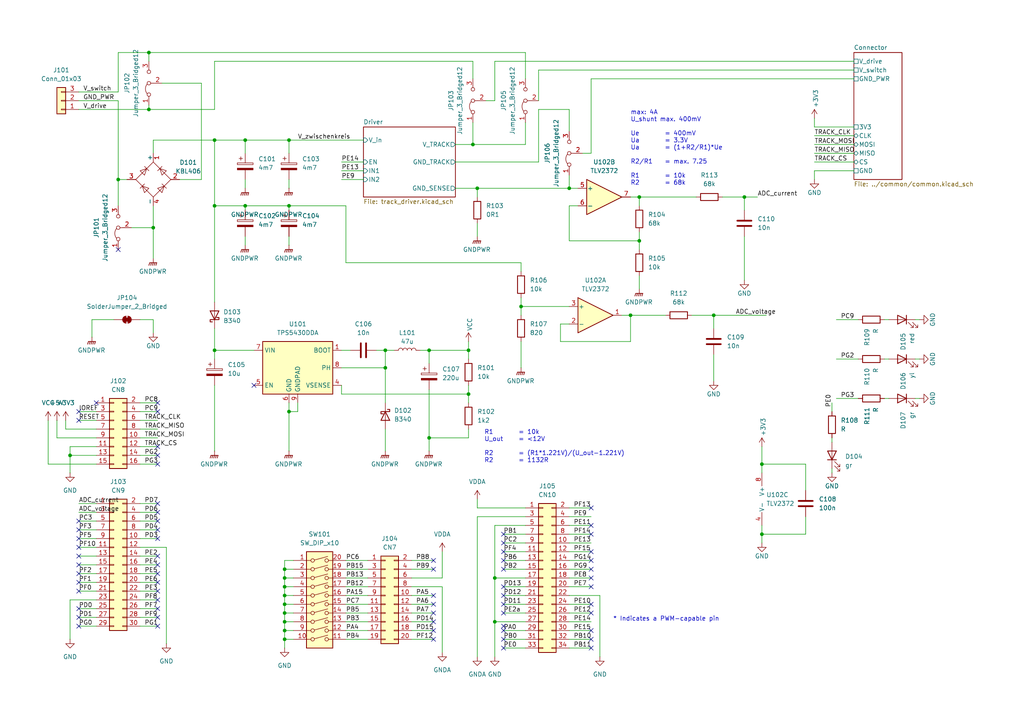
<source format=kicad_sch>
(kicad_sch (version 20231120) (generator "eeschema") (generator_version "8.0")
  (paper "A4")
  (title_block (date "mar. 31 mars 2015"))
  (lib_symbols
    (symbol "+3V3_1" (power) (pin_numbers hide) (pin_names (offset 0) hide)
      (property "Value" "+3V3" (at 0 3.556 0))
      (symbol "+3V3_1_1_1"
        (pin power_in line (at 0 0 90) (length 0) (name "~") (number "1"))
      )
    )
    (symbol "Amplifier_Operational:TLV2372" (pin_names (offset 0.127))
      (property "Reference" "U" (at 0 5.08 0))
      (property "Value" "TLV2372" (at 0 -5.08 0))
      (symbol "TLV2372_1_1"
        (pin output line (at 7.62 0 180) (length 2.54) (name "~") (number "1"))
        (pin input line (at -7.62 -2.54 0) (length 2.54) (name "-") (number "2"))
        (pin input line (at -7.62 2.54 0) (length 2.54) (name "+") (number "3"))
      )
      (symbol "TLV2372_2_1"
        (pin input line (at -7.62 2.54 0) (length 2.54) (name "+") (number "5"))
        (pin input line (at -7.62 -2.54 0) (length 2.54) (name "-") (number "6"))
        (pin output line (at 7.62 0 180) (length 2.54) (name "~") (number "7"))
      )
      (symbol "TLV2372_3_1"
        (pin power_in line (at -2.54 -7.62 90) (length 3.81) (name "V-") (number "4"))
        (pin power_in line (at -2.54 7.62 270) (length 3.81) (name "V+") (number "8"))
      )
    )
    (symbol "Connector_Generic:Conn_01x03" (pin_names (offset 1.016) hide)
      (property "Reference" "J" (at 0 5.08 0))
      (property "Value" "Conn_01x03" (at 0 -5.08 0))
      (symbol "Conn_01x03_1_1"
        (pin passive line (at -5.08 2.54 0) (length 3.81) (name "Pin_1") (number "1"))
        (pin passive line (at -5.08 0 0) (length 3.81) (name "Pin_2") (number "2"))
        (pin passive line (at -5.08 -2.54 0) (length 3.81) (name "Pin_3") (number "3"))
      )
    )
    (symbol "Connector_Generic:Conn_02x08_Odd_Even" (pin_names (offset 1.016) hide)
      (property "Reference" "J" (at 1.27 10.16 0))
      (property "Value" "Conn_02x08_Odd_Even" (at 1.27 -12.7 0))
      (symbol "Conn_02x08_Odd_Even_1_1"
        (pin passive line (at -5.08 7.62 0) (length 3.81) (name "Pin_1") (number "1"))
        (pin passive line (at 7.62 -2.54 180) (length 3.81) (name "Pin_10") (number "10"))
        (pin passive line (at -5.08 -5.08 0) (length 3.81) (name "Pin_11") (number "11"))
        (pin passive line (at 7.62 -5.08 180) (length 3.81) (name "Pin_12") (number "12"))
        (pin passive line (at -5.08 -7.62 0) (length 3.81) (name "Pin_13") (number "13"))
        (pin passive line (at 7.62 -7.62 180) (length 3.81) (name "Pin_14") (number "14"))
        (pin passive line (at -5.08 -10.16 0) (length 3.81) (name "Pin_15") (number "15"))
        (pin passive line (at 7.62 -10.16 180) (length 3.81) (name "Pin_16") (number "16"))
        (pin passive line (at 7.62 7.62 180) (length 3.81) (name "Pin_2") (number "2"))
        (pin passive line (at -5.08 5.08 0) (length 3.81) (name "Pin_3") (number "3"))
        (pin passive line (at 7.62 5.08 180) (length 3.81) (name "Pin_4") (number "4"))
        (pin passive line (at -5.08 2.54 0) (length 3.81) (name "Pin_5") (number "5"))
        (pin passive line (at 7.62 2.54 180) (length 3.81) (name "Pin_6") (number "6"))
        (pin passive line (at -5.08 0 0) (length 3.81) (name "Pin_7") (number "7"))
        (pin passive line (at 7.62 0 180) (length 3.81) (name "Pin_8") (number "8"))
        (pin passive line (at -5.08 -2.54 0) (length 3.81) (name "Pin_9") (number "9"))
      )
    )
    (symbol "Connector_Generic:Conn_02x10_Odd_Even" (pin_names (offset 1.016) hide)
      (property "Reference" "J" (at 1.27 12.7 0))
      (property "Value" "Conn_02x10_Odd_Even" (at 1.27 -15.24 0))
      (symbol "Conn_02x10_Odd_Even_1_1"
        (pin passive line (at -5.08 10.16 0) (length 3.81) (name "Pin_1") (number "1"))
        (pin passive line (at 7.62 0 180) (length 3.81) (name "Pin_10") (number "10"))
        (pin passive line (at -5.08 -2.54 0) (length 3.81) (name "Pin_11") (number "11"))
        (pin passive line (at 7.62 -2.54 180) (length 3.81) (name "Pin_12") (number "12"))
        (pin passive line (at -5.08 -5.08 0) (length 3.81) (name "Pin_13") (number "13"))
        (pin passive line (at 7.62 -5.08 180) (length 3.81) (name "Pin_14") (number "14"))
        (pin passive line (at -5.08 -7.62 0) (length 3.81) (name "Pin_15") (number "15"))
        (pin passive line (at 7.62 -7.62 180) (length 3.81) (name "Pin_16") (number "16"))
        (pin passive line (at -5.08 -10.16 0) (length 3.81) (name "Pin_17") (number "17"))
        (pin passive line (at 7.62 -10.16 180) (length 3.81) (name "Pin_18") (number "18"))
        (pin passive line (at -5.08 -12.7 0) (length 3.81) (name "Pin_19") (number "19"))
        (pin passive line (at 7.62 10.16 180) (length 3.81) (name "Pin_2") (number "2"))
        (pin passive line (at 7.62 -12.7 180) (length 3.81) (name "Pin_20") (number "20"))
        (pin passive line (at -5.08 7.62 0) (length 3.81) (name "Pin_3") (number "3"))
        (pin passive line (at 7.62 7.62 180) (length 3.81) (name "Pin_4") (number "4"))
        (pin passive line (at -5.08 5.08 0) (length 3.81) (name "Pin_5") (number "5"))
        (pin passive line (at 7.62 5.08 180) (length 3.81) (name "Pin_6") (number "6"))
        (pin passive line (at -5.08 2.54 0) (length 3.81) (name "Pin_7") (number "7"))
        (pin passive line (at 7.62 2.54 180) (length 3.81) (name "Pin_8") (number "8"))
        (pin passive line (at -5.08 0 0) (length 3.81) (name "Pin_9") (number "9"))
      )
    )
    (symbol "Connector_Generic:Conn_02x15_Odd_Even" (pin_names (offset 1.016) hide)
      (property "Reference" "J" (at 1.27 20.32 0))
      (property "Value" "Conn_02x15_Odd_Even" (at 1.27 -20.32 0))
      (symbol "Conn_02x15_Odd_Even_1_1"
        (pin passive line (at -5.08 17.78 0) (length 3.81) (name "Pin_1") (number "1"))
        (pin passive line (at 7.62 7.62 180) (length 3.81) (name "Pin_10") (number "10"))
        (pin passive line (at -5.08 5.08 0) (length 3.81) (name "Pin_11") (number "11"))
        (pin passive line (at 7.62 5.08 180) (length 3.81) (name "Pin_12") (number "12"))
        (pin passive line (at -5.08 2.54 0) (length 3.81) (name "Pin_13") (number "13"))
        (pin passive line (at 7.62 2.54 180) (length 3.81) (name "Pin_14") (number "14"))
        (pin passive line (at -5.08 0 0) (length 3.81) (name "Pin_15") (number "15"))
        (pin passive line (at 7.62 0 180) (length 3.81) (name "Pin_16") (number "16"))
        (pin passive line (at -5.08 -2.54 0) (length 3.81) (name "Pin_17") (number "17"))
        (pin passive line (at 7.62 -2.54 180) (length 3.81) (name "Pin_18") (number "18"))
        (pin passive line (at -5.08 -5.08 0) (length 3.81) (name "Pin_19") (number "19"))
        (pin passive line (at 7.62 17.78 180) (length 3.81) (name "Pin_2") (number "2"))
        (pin passive line (at 7.62 -5.08 180) (length 3.81) (name "Pin_20") (number "20"))
        (pin passive line (at -5.08 -7.62 0) (length 3.81) (name "Pin_21") (number "21"))
        (pin passive line (at 7.62 -7.62 180) (length 3.81) (name "Pin_22") (number "22"))
        (pin passive line (at -5.08 -10.16 0) (length 3.81) (name "Pin_23") (number "23"))
        (pin passive line (at 7.62 -10.16 180) (length 3.81) (name "Pin_24") (number "24"))
        (pin passive line (at -5.08 -12.7 0) (length 3.81) (name "Pin_25") (number "25"))
        (pin passive line (at 7.62 -12.7 180) (length 3.81) (name "Pin_26") (number "26"))
        (pin passive line (at -5.08 -15.24 0) (length 3.81) (name "Pin_27") (number "27"))
        (pin passive line (at 7.62 -15.24 180) (length 3.81) (name "Pin_28") (number "28"))
        (pin passive line (at -5.08 -17.78 0) (length 3.81) (name "Pin_29") (number "29"))
        (pin passive line (at -5.08 15.24 0) (length 3.81) (name "Pin_3") (number "3"))
        (pin passive line (at 7.62 -17.78 180) (length 3.81) (name "Pin_30") (number "30"))
        (pin passive line (at 7.62 15.24 180) (length 3.81) (name "Pin_4") (number "4"))
        (pin passive line (at -5.08 12.7 0) (length 3.81) (name "Pin_5") (number "5"))
        (pin passive line (at 7.62 12.7 180) (length 3.81) (name "Pin_6") (number "6"))
        (pin passive line (at -5.08 10.16 0) (length 3.81) (name "Pin_7") (number "7"))
        (pin passive line (at 7.62 10.16 180) (length 3.81) (name "Pin_8") (number "8"))
        (pin passive line (at -5.08 7.62 0) (length 3.81) (name "Pin_9") (number "9"))
      )
    )
    (symbol "Connector_Generic:Conn_02x17_Odd_Even" (pin_names (offset 1.016) hide)
      (property "Reference" "J" (at 1.27 22.86 0))
      (property "Value" "Conn_02x17_Odd_Even" (at 1.27 -22.86 0))
      (symbol "Conn_02x17_Odd_Even_1_1"
        (pin passive line (at -5.08 20.32 0) (length 3.81) (name "Pin_1") (number "1"))
        (pin passive line (at 7.62 10.16 180) (length 3.81) (name "Pin_10") (number "10"))
        (pin passive line (at -5.08 7.62 0) (length 3.81) (name "Pin_11") (number "11"))
        (pin passive line (at 7.62 7.62 180) (length 3.81) (name "Pin_12") (number "12"))
        (pin passive line (at -5.08 5.08 0) (length 3.81) (name "Pin_13") (number "13"))
        (pin passive line (at 7.62 5.08 180) (length 3.81) (name "Pin_14") (number "14"))
        (pin passive line (at -5.08 2.54 0) (length 3.81) (name "Pin_15") (number "15"))
        (pin passive line (at 7.62 2.54 180) (length 3.81) (name "Pin_16") (number "16"))
        (pin passive line (at -5.08 0 0) (length 3.81) (name "Pin_17") (number "17"))
        (pin passive line (at 7.62 0 180) (length 3.81) (name "Pin_18") (number "18"))
        (pin passive line (at -5.08 -2.54 0) (length 3.81) (name "Pin_19") (number "19"))
        (pin passive line (at 7.62 20.32 180) (length 3.81) (name "Pin_2") (number "2"))
        (pin passive line (at 7.62 -2.54 180) (length 3.81) (name "Pin_20") (number "20"))
        (pin passive line (at -5.08 -5.08 0) (length 3.81) (name "Pin_21") (number "21"))
        (pin passive line (at 7.62 -5.08 180) (length 3.81) (name "Pin_22") (number "22"))
        (pin passive line (at -5.08 -7.62 0) (length 3.81) (name "Pin_23") (number "23"))
        (pin passive line (at 7.62 -7.62 180) (length 3.81) (name "Pin_24") (number "24"))
        (pin passive line (at -5.08 -10.16 0) (length 3.81) (name "Pin_25") (number "25"))
        (pin passive line (at 7.62 -10.16 180) (length 3.81) (name "Pin_26") (number "26"))
        (pin passive line (at -5.08 -12.7 0) (length 3.81) (name "Pin_27") (number "27"))
        (pin passive line (at 7.62 -12.7 180) (length 3.81) (name "Pin_28") (number "28"))
        (pin passive line (at -5.08 -15.24 0) (length 3.81) (name "Pin_29") (number "29"))
        (pin passive line (at -5.08 17.78 0) (length 3.81) (name "Pin_3") (number "3"))
        (pin passive line (at 7.62 -15.24 180) (length 3.81) (name "Pin_30") (number "30"))
        (pin passive line (at -5.08 -17.78 0) (length 3.81) (name "Pin_31") (number "31"))
        (pin passive line (at 7.62 -17.78 180) (length 3.81) (name "Pin_32") (number "32"))
        (pin passive line (at -5.08 -20.32 0) (length 3.81) (name "Pin_33") (number "33"))
        (pin passive line (at 7.62 -20.32 180) (length 3.81) (name "Pin_34") (number "34"))
        (pin passive line (at 7.62 17.78 180) (length 3.81) (name "Pin_4") (number "4"))
        (pin passive line (at -5.08 15.24 0) (length 3.81) (name "Pin_5") (number "5"))
        (pin passive line (at 7.62 15.24 180) (length 3.81) (name "Pin_6") (number "6"))
        (pin passive line (at -5.08 12.7 0) (length 3.81) (name "Pin_7") (number "7"))
        (pin passive line (at 7.62 12.7 180) (length 3.81) (name "Pin_8") (number "8"))
        (pin passive line (at -5.08 10.16 0) (length 3.81) (name "Pin_9") (number "9"))
      )
    )
    (symbol "Device:C" (pin_numbers hide) (pin_names (offset 0.254))
      (property "Reference" "C" (at 0.635 2.54 0))
      (property "Value" "C" (at 0.635 -2.54 0))
      (symbol "C_1_1"
        (pin passive line (at 0 3.81 270) (length 2.794) (name "~") (number "1"))
        (pin passive line (at 0 -3.81 90) (length 2.794) (name "~") (number "2"))
      )
    )
    (symbol "Device:C_Polarized" (pin_numbers hide) (pin_names (offset 0.254))
      (property "Reference" "C" (at 0.635 2.54 0))
      (property "Value" "C_Polarized" (at 0.635 -2.54 0))
      (symbol "C_Polarized_1_1"
        (pin passive line (at 0 3.81 270) (length 2.794) (name "~") (number "1"))
        (pin passive line (at 0 -3.81 90) (length 2.794) (name "~") (number "2"))
      )
    )
    (symbol "Device:L" (pin_numbers hide) (pin_names (offset 1.016) hide)
      (property "Reference" "L" (at -1.27 0 90))
      (property "Value" "L" (at 1.905 0 90))
      (symbol "L_1_1"
        (pin passive line (at 0 3.81 270) (length 1.27) (name "1") (number "1"))
        (pin passive line (at 0 -3.81 90) (length 1.27) (name "2") (number "2"))
      )
    )
    (symbol "Device:LED" (pin_numbers hide) (pin_names (offset 1.016) hide)
      (property "Reference" "D" (at 0 2.54 0))
      (property "Value" "LED" (at 0 -2.54 0))
      (symbol "LED_1_1"
        (pin passive line (at -3.81 0 0) (length 2.54) (name "K") (number "1"))
        (pin passive line (at 3.81 0 180) (length 2.54) (name "A") (number "2"))
      )
    )
    (symbol "Device:R" (pin_numbers hide) (pin_names (offset 0))
      (property "Reference" "R" (at 2.032 0 90))
      (property "Value" "R" (at 0 0 90))
      (symbol "R_1_1"
        (pin passive line (at 0 3.81 270) (length 1.27) (name "~") (number "1"))
        (pin passive line (at 0 -3.81 90) (length 1.27) (name "~") (number "2"))
      )
    )
    (symbol "Diode:B340" (pin_numbers hide) (pin_names (offset 1.016) hide)
      (property "Reference" "D" (at 0 2.54 0))
      (property "Value" "B340" (at 0 -2.54 0))
      (symbol "B340_1_1"
        (pin passive line (at -3.81 0 0) (length 2.54) (name "K") (number "1"))
        (pin passive line (at 3.81 0 180) (length 2.54) (name "A") (number "2"))
      )
    )
    (symbol "Diode_Bridge:GBU8M" (pin_names (offset 0))
      (property "Reference" "D" (at 2.54 6.985 0))
      (property "Value" "GBU8M" (at 2.54 5.08 0))
      (symbol "GBU8M_1_1"
        (pin passive line (at 7.62 0 180) (length 2.54) (name "+") (number "1"))
        (pin passive line (at 0 -7.62 90) (length 2.54) (name "~") (number "2"))
        (pin passive line (at 0 7.62 270) (length 2.54) (name "~") (number "3"))
        (pin passive line (at -7.62 0 0) (length 2.54) (name "-") (number "4"))
      )
    )
    (symbol "GND_1" (power) (pin_numbers hide) (pin_names (offset 0) hide)
      (property "Value" "GND" (at 0 -3.81 0))
      (symbol "GND_1_1_1"
        (pin power_in line (at 0 0 270) (length 0) (name "~") (number "1"))
      )
    )
    (symbol "Jumper:Jumper_3_Bridged12" (pin_names (offset 0) hide) (exclude_from_sim yes) (in_bom no)
      (property "Reference" "JP" (at -2.54 -2.54 0))
      (property "Value" "Jumper_3_Bridged12" (at 0 2.794 0))
      (symbol "Jumper_3_Bridged12_1_1"
        (pin passive line (at -6.35 0 0) (length 2.54) (name "A") (number "1"))
        (pin passive line (at 0 -3.81 90) (length 2.54) (name "C") (number "2"))
        (pin passive line (at 6.35 0 180) (length 2.54) (name "B") (number "3"))
      )
    )
    (symbol "Jumper:SolderJumper_2_Bridged" (pin_numbers hide) (pin_names (offset 0) hide) (exclude_from_sim yes) (in_bom no)
      (property "Reference" "JP" (at 0 2.032 0))
      (property "Value" "SolderJumper_2_Bridged" (at 0 -2.54 0))
      (symbol "SolderJumper_2_Bridged_1_1"
        (pin passive line (at -3.81 0 0) (length 2.54) (name "A") (number "1"))
        (pin passive line (at 3.81 0 180) (length 2.54) (name "B") (number "2"))
      )
    )
    (symbol "Regulator_Switching:TPS5430DDA"
      (property "Reference" "U" (at -10.16 8.89 0))
      (property "Value" "TPS5430DDA" (at -1.27 8.89 0))
      (symbol "TPS5430DDA_1_1"
        (pin input line (at 12.7 5.08 180) (length 2.54) (name "BOOT") (number "1"))
        (pin no_connect line (at -10.16 2.54 0) (length 2.54) hide (name "NC") (number "2"))
        (pin no_connect line (at -10.16 -2.54 0) (length 2.54) hide (name "NC") (number "3"))
        (pin input line (at 12.7 -5.08 180) (length 2.54) (name "VSENSE") (number "4"))
        (pin input line (at -12.7 -5.08 0) (length 2.54) (name "EN") (number "5"))
        (pin power_in line (at -2.54 -10.16 90) (length 2.54) (name "GND") (number "6"))
        (pin power_in line (at -12.7 5.08 0) (length 2.54) (name "VIN") (number "7"))
        (pin output line (at 12.7 0 180) (length 2.54) (name "PH") (number "8"))
        (pin power_in line (at 0 -10.16 90) (length 2.54) (name "GNDPAD") (number "9"))
      )
    )
    (symbol "Switch:SW_DIP_x10" (pin_names (offset 0) hide)
      (property "Reference" "SW" (at 0 16.51 0))
      (property "Value" "SW_DIP_x10" (at 0 -13.97 0))
      (symbol "SW_DIP_x10_1_1"
        (pin passive line (at -7.62 12.7 0) (length 5.08) (name "~") (number "1"))
        (pin passive line (at -7.62 -10.16 0) (length 5.08) (name "~") (number "10"))
        (pin passive line (at 7.62 -10.16 180) (length 5.08) (name "~") (number "11"))
        (pin passive line (at 7.62 -7.62 180) (length 5.08) (name "~") (number "12"))
        (pin passive line (at 7.62 -5.08 180) (length 5.08) (name "~") (number "13"))
        (pin passive line (at 7.62 -2.54 180) (length 5.08) (name "~") (number "14"))
        (pin passive line (at 7.62 0 180) (length 5.08) (name "~") (number "15"))
        (pin passive line (at 7.62 2.54 180) (length 5.08) (name "~") (number "16"))
        (pin passive line (at 7.62 5.08 180) (length 5.08) (name "~") (number "17"))
        (pin passive line (at 7.62 7.62 180) (length 5.08) (name "~") (number "18"))
        (pin passive line (at 7.62 10.16 180) (length 5.08) (name "~") (number "19"))
        (pin passive line (at -7.62 10.16 0) (length 5.08) (name "~") (number "2"))
        (pin passive line (at 7.62 12.7 180) (length 5.08) (name "~") (number "20"))
        (pin passive line (at -7.62 7.62 0) (length 5.08) (name "~") (number "3"))
        (pin passive line (at -7.62 5.08 0) (length 5.08) (name "~") (number "4"))
        (pin passive line (at -7.62 2.54 0) (length 5.08) (name "~") (number "5"))
        (pin passive line (at -7.62 0 0) (length 5.08) (name "~") (number "6"))
        (pin passive line (at -7.62 -2.54 0) (length 5.08) (name "~") (number "7"))
        (pin passive line (at -7.62 -5.08 0) (length 5.08) (name "~") (number "8"))
        (pin passive line (at -7.62 -7.62 0) (length 5.08) (name "~") (number "9"))
      )
    )
    (symbol "VCC_1" (power) (pin_numbers hide) (pin_names (offset 0) hide)
      (property "Value" "VCC" (at 0 3.556 0))
      (symbol "VCC_1_1_1"
        (pin power_in line (at 0 0 90) (length 0) (name "~") (number "1"))
      )
    )
    (symbol "power:+3V3" (power) (pin_names (offset 0))
      (property "Value" "+3V3" (at 0 3.556 0))
      (symbol "+3V3_1_1"
        (pin power_in line (at 0 0 90) (length 0) hide (name "+3V3") (number "1"))
      )
    )
    (symbol "power:+5V" (power) (pin_numbers hide) (pin_names (offset 0) hide)
      (property "Value" "+5V" (at 0 3.556 0))
      (symbol "+5V_1_1"
        (pin power_in line (at 0 0 90) (length 0) (name "~") (number "1"))
      )
    )
    (symbol "power:GND" (power) (pin_names (offset 0))
      (property "Value" "GND" (at 0 -3.81 0))
      (symbol "GND_1_1"
        (pin power_in line (at 0 0 270) (length 0) hide (name "GND") (number "1"))
      )
    )
    (symbol "power:GNDA" (power) (pin_numbers hide) (pin_names (offset 0) hide)
      (property "Value" "GNDA" (at 0 -3.81 0))
      (symbol "GNDA_1_1"
        (pin power_in line (at 0 0 270) (length 0) (name "~") (number "1"))
      )
    )
    (symbol "power:GNDPWR" (power) (pin_numbers hide) (pin_names (offset 0) hide)
      (property "Value" "GNDPWR" (at 0 -3.302 0))
      (symbol "GNDPWR_1_1"
        (pin power_in line (at 0 0 270) (length 0) (name "~") (number "1"))
      )
    )
    (symbol "power:VCC" (power) (pin_names (offset 0))
      (property "Value" "VCC" (at 0 3.81 0))
      (symbol "VCC_1_1"
        (pin power_in line (at 0 0 90) (length 0) hide (name "VCC") (number "1"))
      )
    )
    (symbol "power:VDDA" (power) (pin_numbers hide) (pin_names (offset 0) hide)
      (property "Value" "VDDA" (at 0 3.556 0))
      (symbol "VDDA_1_1"
        (pin power_in line (at 0 0 90) (length 0) (name "~") (number "1"))
      )
    )
  )
  (junction (at 151.13 88.9))
  (junction (at 83.82 40.64))
  (junction (at 111.76 101.6))
  (junction (at 71.12 59.69))
  (junction (at 137.16 41.91))
  (junction (at 83.82 59.69))
  (junction (at 62.23 40.64))
  (junction (at 82.55 165.1))
  (junction (at 185.42 57.15))
  (junction (at 182.88 91.44))
  (junction (at 135.89 101.6))
  (junction (at 82.55 172.72))
  (junction (at 82.55 167.64))
  (junction (at 111.76 106.68))
  (junction (at 20.32 132.08))
  (junction (at 143.51 167.64))
  (junction (at 185.42 69.85))
  (junction (at 43.18 31.75))
  (junction (at 138.43 54.61))
  (junction (at 82.55 177.8))
  (junction (at 220.98 134.62))
  (junction (at 82.55 182.88))
  (junction (at 124.46 127))
  (junction (at 124.46 101.6))
  (junction (at 215.9 57.15))
  (junction (at 82.55 185.42))
  (junction (at 62.23 101.6))
  (junction (at 135.89 114.3))
  (junction (at 82.55 175.26))
  (junction (at 82.55 170.18))
  (junction (at 44.45 66.04))
  (junction (at 43.18 15.24))
  (junction (at 207.01 91.44))
  (junction (at 34.29 52.07))
  (junction (at 82.55 180.34))
  (junction (at 165.1 54.61))
  (junction (at 220.98 154.94))
  (junction (at 143.51 180.34))
  (junction (at 83.82 119.38))
  (junction (at 71.12 40.64))
  (junction (at 62.23 59.69))
  (no_connect (at 45.72 119.38))
  (no_connect (at 45.72 148.59))
  (no_connect (at 45.72 161.29))
  (no_connect (at 125.73 185.42))
  (no_connect (at 146.05 175.26))
  (no_connect (at 146.05 187.96))
  (no_connect (at 45.72 171.45))
  (no_connect (at 171.45 175.26))
  (no_connect (at 171.45 160.02))
  (no_connect (at 146.05 160.02))
  (no_connect (at 73.66 111.76))
  (no_connect (at 22.86 179.07))
  (no_connect (at 146.05 177.8))
  (no_connect (at 45.72 176.53))
  (no_connect (at 22.86 181.61))
  (no_connect (at 125.73 180.34))
  (no_connect (at 171.45 162.56))
  (no_connect (at 171.45 147.32))
  (no_connect (at 146.05 182.88))
  (no_connect (at 45.72 181.61))
  (no_connect (at 171.45 154.94))
  (no_connect (at 146.05 154.94))
  (no_connect (at 22.86 156.21))
  (no_connect (at 146.05 170.18))
  (no_connect (at 171.45 170.18))
  (no_connect (at 22.86 119.38))
  (no_connect (at 22.86 151.13))
  (no_connect (at 125.73 177.8))
  (no_connect (at 45.72 151.13))
  (no_connect (at 146.05 165.1))
  (no_connect (at 22.86 158.75))
  (no_connect (at 171.45 182.88))
  (no_connect (at 22.86 176.53))
  (no_connect (at 171.45 185.42))
  (no_connect (at 125.73 172.72))
  (no_connect (at 22.86 168.91))
  (no_connect (at 146.05 157.48))
  (no_connect (at 45.72 163.83))
  (no_connect (at 22.86 171.45))
  (no_connect (at 45.72 153.67))
  (no_connect (at 125.73 182.88))
  (no_connect (at 171.45 177.8))
  (no_connect (at 45.72 173.99))
  (no_connect (at 45.72 116.84))
  (no_connect (at 22.86 153.67))
  (no_connect (at 34.29 72.39))
  (no_connect (at 22.86 121.92))
  (no_connect (at 146.05 162.56))
  (no_connect (at 125.73 175.26))
  (no_connect (at 146.05 181.61))
  (no_connect (at 171.45 152.4))
  (no_connect (at 45.72 146.05))
  (no_connect (at 45.72 132.08))
  (no_connect (at 27.94 116.84))
  (no_connect (at 45.72 156.21))
  (no_connect (at 45.72 166.37))
  (no_connect (at 22.86 163.83))
  (no_connect (at 171.45 167.64))
  (no_connect (at 22.86 161.29))
  (no_connect (at 171.45 187.96))
  (no_connect (at 125.73 165.1))
  (no_connect (at 45.72 179.07))
  (no_connect (at 125.73 162.56))
  (no_connect (at 45.72 168.91))
  (no_connect (at 45.72 129.54))
  (no_connect (at 45.72 134.62))
  (no_connect (at 146.05 185.42))
  (no_connect (at 22.86 166.37))
  (no_connect (at 171.45 165.1))
  (no_connect (at 146.05 172.72))
  (wire (pts (xy 22.86 166.37) (xy 27.94 166.37)))
  (wire (pts (xy 182.88 91.44) (xy 193.04 91.44)))
  (wire (pts (xy 20.32 132.08) (xy 27.94 132.08)))
  (wire (pts (xy 233.68 154.94) (xy 220.98 154.94)))
  (wire (pts (xy 40.64 181.61) (xy 45.72 181.61)))
  (wire (pts (xy 146.05 187.96) (xy 152.4 187.96)))
  (wire (pts (xy 111.76 106.68) (xy 99.06 106.68)))
  (wire (pts (xy 44.45 74.93) (xy 44.45 66.04)))
  (wire (pts (xy 82.55 177.8) (xy 82.55 180.34)))
  (wire (pts (xy 82.55 175.26) (xy 82.55 177.8)))
  (wire (pts (xy 220.98 134.62) (xy 220.98 137.16)))
  (wire (pts (xy 236.22 41.91) (xy 247.65 41.91)))
  (wire (pts (xy 40.64 148.59) (xy 45.72 148.59)))
  (wire (pts (xy 125.73 180.34) (xy 119.38 180.34)))
  (wire (pts (xy 40.64 132.08) (xy 45.72 132.08)))
  (wire (pts (xy 207.01 95.25) (xy 207.01 91.44)))
  (wire (pts (xy 99.06 52.07) (xy 105.41 52.07)))
  (wire (pts (xy 242.57 104.14) (xy 248.92 104.14)))
  (wire (pts (xy 171.45 22.86) (xy 171.45 44.45)))
  (wire (pts (xy 171.45 44.45) (xy 168.91 44.45)))
  (wire (pts (xy 99.06 49.53) (xy 105.41 49.53)))
  (wire (pts (xy 111.76 124.46) (xy 111.76 130.81)))
  (wire (pts (xy 171.45 147.32) (xy 165.1 147.32)))
  (wire (pts (xy 100.33 170.18) (xy 106.68 170.18)))
  (wire (pts (xy 128.27 189.23) (xy 128.27 170.18)))
  (wire (pts (xy 171.45 152.4) (xy 165.1 152.4)))
  (wire (pts (xy 241.3 135.89) (xy 241.3 137.16)))
  (wire (pts (xy 135.89 101.6) (xy 135.89 104.14)))
  (wire (pts (xy 146.05 182.88) (xy 152.4 182.88)))
  (wire (pts (xy 138.43 147.32) (xy 152.4 147.32)))
  (wire (pts (xy 111.76 101.6) (xy 114.3 101.6)))
  (wire (pts (xy 256.54 92.71) (xy 257.81 92.71)))
  (wire (pts (xy 135.89 111.76) (xy 135.89 114.3)))
  (wire (pts (xy 82.55 177.8) (xy 85.09 177.8)))
  (wire (pts (xy 185.42 80.01) (xy 185.42 83.82)))
  (wire (pts (xy 138.43 149.86) (xy 152.4 149.86)))
  (wire (pts (xy 22.86 146.05) (xy 27.94 146.05)))
  (wire (pts (xy 22.86 29.21) (xy 34.29 29.21)))
  (wire (pts (xy 124.46 101.6) (xy 135.89 101.6)))
  (wire (pts (xy 99.06 46.99) (xy 105.41 46.99)))
  (wire (pts (xy 82.55 185.42) (xy 82.55 187.96)))
  (wire (pts (xy 22.86 156.21) (xy 27.94 156.21)))
  (wire (pts (xy 100.33 162.56) (xy 106.68 162.56)))
  (wire (pts (xy 40.64 179.07) (xy 45.72 179.07)))
  (wire (pts (xy 135.89 114.3) (xy 135.89 116.84)))
  (wire (pts (xy 48.26 186.69) (xy 48.26 158.75)))
  (wire (pts (xy 233.68 134.62) (xy 220.98 134.62)))
  (wire (pts (xy 82.55 162.56) (xy 85.09 162.56)))
  (wire (pts (xy 40.64 146.05) (xy 45.72 146.05)))
  (wire (pts (xy 185.42 57.15) (xy 201.93 57.15)))
  (wire (pts (xy 146.05 165.1) (xy 152.4 165.1)))
  (wire (pts (xy 44.45 59.69) (xy 44.45 66.04)))
  (wire (pts (xy 44.45 92.71) (xy 44.45 96.52)))
  (wire (pts (xy 171.45 162.56) (xy 165.1 162.56)))
  (wire (pts (xy 138.43 144.78) (xy 138.43 147.32)))
  (wire (pts (xy 71.12 68.58) (xy 71.12 71.12)))
  (wire (pts (xy 132.08 41.91) (xy 137.16 41.91)))
  (wire (pts (xy 40.64 168.91) (xy 45.72 168.91)))
  (wire (pts (xy 62.23 40.64) (xy 62.23 59.69)))
  (wire (pts (xy 40.64 166.37) (xy 45.72 166.37)))
  (wire (pts (xy 82.55 165.1) (xy 85.09 165.1)))
  (wire (pts (xy 185.42 72.39) (xy 185.42 69.85)))
  (wire (pts (xy 125.73 185.42) (xy 119.38 185.42)))
  (wire (pts (xy 209.55 57.15) (xy 215.9 57.15)))
  (wire (pts (xy 215.9 68.58) (xy 215.9 81.28)))
  (wire (pts (xy 156.21 20.32) (xy 156.21 29.21)))
  (wire (pts (xy 82.55 167.64) (xy 85.09 167.64)))
  (wire (pts (xy 111.76 106.68) (xy 111.76 116.84)))
  (wire (pts (xy 22.86 119.38) (xy 27.94 119.38)))
  (wire (pts (xy 143.51 152.4) (xy 143.51 167.64)))
  (wire (pts (xy 83.82 52.07) (xy 83.82 54.61)))
  (wire (pts (xy 185.42 69.85) (xy 185.42 67.31)))
  (wire (pts (xy 22.86 158.75) (xy 27.94 158.75)))
  (wire (pts (xy 185.42 59.69) (xy 185.42 57.15)))
  (wire (pts (xy 13.97 134.62) (xy 13.97 121.92)))
  (wire (pts (xy 125.73 177.8) (xy 119.38 177.8)))
  (wire (pts (xy 182.88 99.06) (xy 182.88 91.44)))
  (wire (pts (xy 100.33 185.42) (xy 106.68 185.42)))
  (wire (pts (xy 146.05 154.94) (xy 152.4 154.94)))
  (wire (pts (xy 138.43 54.61) (xy 132.08 54.61)))
  (wire (pts (xy 165.1 93.98) (xy 162.56 93.98)))
  (wire (pts (xy 52.07 52.07) (xy 58.42 52.07)))
  (wire (pts (xy 125.73 162.56) (xy 119.38 162.56)))
  (wire (pts (xy 58.42 52.07) (xy 58.42 24.13)))
  (wire (pts (xy 146.05 162.56) (xy 152.4 162.56)))
  (wire (pts (xy 71.12 52.07) (xy 71.12 54.61)))
  (wire (pts (xy 62.23 40.64) (xy 71.12 40.64)))
  (wire (pts (xy 43.18 30.48) (xy 43.18 31.75)))
  (wire (pts (xy 171.45 180.34) (xy 165.1 180.34)))
  (wire (pts (xy 121.92 101.6) (xy 124.46 101.6)))
  (wire (pts (xy 124.46 127) (xy 124.46 113.03)))
  (wire (pts (xy 100.33 182.88) (xy 106.68 182.88)))
  (wire (pts (xy 200.66 91.44) (xy 207.01 91.44)))
  (wire (pts (xy 83.82 68.58) (xy 83.82 71.12)))
  (wire (pts (xy 171.45 182.88) (xy 165.1 182.88)))
  (wire (pts (xy 20.32 129.54) (xy 27.94 129.54)))
  (wire (pts (xy 182.88 91.44) (xy 180.34 91.44)))
  (wire (pts (xy 138.43 54.61) (xy 138.43 57.15)))
  (wire (pts (xy 22.86 179.07) (xy 27.94 179.07)))
  (wire (pts (xy 40.64 129.54) (xy 45.72 129.54)))
  (wire (pts (xy 38.1 66.04) (xy 44.45 66.04)))
  (wire (pts (xy 165.1 31.75) (xy 156.21 31.75)))
  (wire (pts (xy 137.16 17.78) (xy 62.23 17.78)))
  (wire (pts (xy 40.64 119.38) (xy 45.72 119.38)))
  (wire (pts (xy 146.05 177.8) (xy 152.4 177.8)))
  (wire (pts (xy 171.45 167.64) (xy 165.1 167.64)))
  (wire (pts (xy 143.51 180.34) (xy 143.51 190.5)))
  (wire (pts (xy 43.18 15.24) (xy 152.4 15.24)))
  (wire (pts (xy 171.45 187.96) (xy 165.1 187.96)))
  (wire (pts (xy 44.45 40.64) (xy 62.23 40.64)))
  (wire (pts (xy 82.55 175.26) (xy 85.09 175.26)))
  (wire (pts (xy 119.38 167.64) (xy 128.27 167.64)))
  (wire (pts (xy 171.45 170.18) (xy 165.1 170.18)))
  (wire (pts (xy 100.33 76.2) (xy 100.33 59.69)))
  (wire (pts (xy 165.1 59.69) (xy 165.1 69.85)))
  (wire (pts (xy 62.23 95.25) (xy 62.23 101.6)))
  (wire (pts (xy 146.05 175.26) (xy 152.4 175.26)))
  (wire (pts (xy 167.64 59.69) (xy 165.1 59.69)))
  (wire (pts (xy 82.55 185.42) (xy 85.09 185.42)))
  (wire (pts (xy 22.86 163.83) (xy 27.94 163.83)))
  (wire (pts (xy 146.05 172.72) (xy 152.4 172.72)))
  (wire (pts (xy 20.32 129.54) (xy 20.32 132.08)))
  (wire (pts (xy 19.05 124.46) (xy 27.94 124.46)))
  (wire (pts (xy 40.64 124.46) (xy 45.72 124.46)))
  (wire (pts (xy 83.82 59.69) (xy 71.12 59.69)))
  (wire (pts (xy 171.45 160.02) (xy 165.1 160.02)))
  (wire (pts (xy 100.33 165.1) (xy 106.68 165.1)))
  (wire (pts (xy 71.12 59.69) (xy 71.12 60.96)))
  (wire (pts (xy 100.33 172.72) (xy 106.68 172.72)))
  (wire (pts (xy 219.71 57.15) (xy 215.9 57.15)))
  (wire (pts (xy 100.33 177.8) (xy 106.68 177.8)))
  (wire (pts (xy 86.36 119.38) (xy 83.82 119.38)))
  (wire (pts (xy 22.86 148.59) (xy 27.94 148.59)))
  (wire (pts (xy 22.86 31.75) (xy 43.18 31.75)))
  (wire (pts (xy 143.51 17.78) (xy 247.65 17.78)))
  (wire (pts (xy 162.56 99.06) (xy 182.88 99.06)))
  (wire (pts (xy 265.43 115.57) (xy 266.7 115.57)))
  (wire (pts (xy 165.1 31.75) (xy 165.1 38.1)))
  (wire (pts (xy 43.18 15.24) (xy 34.29 15.24)))
  (wire (pts (xy 40.64 151.13) (xy 45.72 151.13)))
  (wire (pts (xy 165.1 50.8) (xy 165.1 54.61)))
  (wire (pts (xy 151.13 86.36) (xy 151.13 88.9)))
  (wire (pts (xy 62.23 17.78) (xy 62.23 31.75)))
  (wire (pts (xy 124.46 101.6) (xy 124.46 105.41)))
  (wire (pts (xy 151.13 106.68) (xy 151.13 99.06)))
  (wire (pts (xy 152.4 35.56) (xy 152.4 41.91)))
  (wire (pts (xy 40.64 134.62) (xy 45.72 134.62)))
  (wire (pts (xy 71.12 44.45) (xy 71.12 40.64)))
  (wire (pts (xy 151.13 88.9) (xy 151.13 91.44)))
  (wire (pts (xy 265.43 104.14) (xy 266.7 104.14)))
  (wire (pts (xy 82.55 162.56) (xy 82.55 165.1)))
  (wire (pts (xy 247.65 36.83) (xy 236.22 36.83)))
  (wire (pts (xy 171.45 165.1) (xy 165.1 165.1)))
  (wire (pts (xy 58.42 24.13) (xy 46.99 24.13)))
  (wire (pts (xy 146.05 170.18) (xy 152.4 170.18)))
  (wire (pts (xy 171.45 157.48) (xy 165.1 157.48)))
  (wire (pts (xy 111.76 101.6) (xy 111.76 106.68)))
  (wire (pts (xy 171.45 177.8) (xy 165.1 177.8)))
  (wire (pts (xy 83.82 40.64) (xy 105.41 40.64)))
  (wire (pts (xy 82.55 165.1) (xy 82.55 167.64)))
  (wire (pts (xy 40.64 153.67) (xy 45.72 153.67)))
  (wire (pts (xy 135.89 99.06) (xy 135.89 101.6)))
  (wire (pts (xy 146.05 157.48) (xy 152.4 157.48)))
  (wire (pts (xy 22.86 171.45) (xy 27.94 171.45)))
  (wire (pts (xy 143.51 152.4) (xy 152.4 152.4)))
  (wire (pts (xy 220.98 152.4) (xy 220.98 154.94)))
  (wire (pts (xy 62.23 101.6) (xy 73.66 101.6)))
  (wire (pts (xy 156.21 31.75) (xy 156.21 46.99)))
  (wire (pts (xy 82.55 172.72) (xy 82.55 175.26)))
  (wire (pts (xy 125.73 165.1) (xy 119.38 165.1)))
  (wire (pts (xy 236.22 49.53) (xy 236.22 52.07)))
  (wire (pts (xy 82.55 182.88) (xy 85.09 182.88)))
  (wire (pts (xy 156.21 20.32) (xy 247.65 20.32)))
  (wire (pts (xy 256.54 104.14) (xy 257.81 104.14)))
  (wire (pts (xy 99.06 114.3) (xy 99.06 111.76)))
  (wire (pts (xy 119.38 175.26) (xy 125.73 175.26)))
  (wire (pts (xy 151.13 78.74) (xy 151.13 76.2)))
  (wire (pts (xy 171.45 185.42) (xy 165.1 185.42)))
  (wire (pts (xy 83.82 60.96) (xy 83.82 59.69)))
  (wire (pts (xy 124.46 127) (xy 124.46 130.81)))
  (wire (pts (xy 233.68 142.24) (xy 233.68 134.62)))
  (wire (pts (xy 215.9 57.15) (xy 215.9 60.96)))
  (wire (pts (xy 22.86 161.29) (xy 27.94 161.29)))
  (wire (pts (xy 16.51 121.92) (xy 16.51 127)))
  (wire (pts (xy 119.38 172.72) (xy 125.73 172.72)))
  (wire (pts (xy 33.02 92.71) (xy 26.67 92.71)))
  (wire (pts (xy 236.22 39.37) (xy 247.65 39.37)))
  (wire (pts (xy 138.43 64.77) (xy 138.43 68.58)))
  (wire (pts (xy 165.1 172.72) (xy 173.99 172.72)))
  (wire (pts (xy 137.16 17.78) (xy 137.16 22.86)))
  (wire (pts (xy 162.56 93.98) (xy 162.56 99.06)))
  (wire (pts (xy 22.86 176.53) (xy 27.94 176.53)))
  (wire (pts (xy 44.45 44.45) (xy 44.45 40.64)))
  (wire (pts (xy 40.64 176.53) (xy 45.72 176.53)))
  (wire (pts (xy 40.64 127) (xy 45.72 127)))
  (wire (pts (xy 22.86 168.91) (xy 27.94 168.91)))
  (wire (pts (xy 22.86 181.61) (xy 27.94 181.61)))
  (wire (pts (xy 99.06 101.6) (xy 101.6 101.6)))
  (wire (pts (xy 82.55 180.34) (xy 85.09 180.34)))
  (wire (pts (xy 165.1 149.86) (xy 171.45 149.86)))
  (wire (pts (xy 34.29 52.07) (xy 34.29 59.69)))
  (wire (pts (xy 143.51 29.21) (xy 143.51 17.78)))
  (wire (pts (xy 182.88 57.15) (xy 185.42 57.15)))
  (wire (pts (xy 207.01 102.87) (xy 207.01 110.49)))
  (wire (pts (xy 171.45 175.26) (xy 165.1 175.26)))
  (wire (pts (xy 156.21 46.99) (xy 132.08 46.99)))
  (wire (pts (xy 40.64 161.29) (xy 45.72 161.29)))
  (wire (pts (xy 40.64 163.83) (xy 45.72 163.83)))
  (wire (pts (xy 173.99 172.72) (xy 173.99 190.5)))
  (wire (pts (xy 86.36 116.84) (xy 86.36 119.38)))
  (wire (pts (xy 40.64 173.99) (xy 45.72 173.99)))
  (wire (pts (xy 83.82 40.64) (xy 83.82 44.45)))
  (wire (pts (xy 40.64 158.75) (xy 48.26 158.75)))
  (wire (pts (xy 242.57 92.71) (xy 248.92 92.71)))
  (wire (pts (xy 146.05 185.42) (xy 152.4 185.42)))
  (wire (pts (xy 82.55 170.18) (xy 85.09 170.18)))
  (wire (pts (xy 241.3 127) (xy 241.3 128.27)))
  (wire (pts (xy 16.51 127) (xy 27.94 127)))
  (wire (pts (xy 13.97 134.62) (xy 27.94 134.62)))
  (wire (pts (xy 82.55 167.64) (xy 82.55 170.18)))
  (wire (pts (xy 82.55 170.18) (xy 82.55 172.72)))
  (wire (pts (xy 143.51 180.34) (xy 152.4 180.34)))
  (wire (pts (xy 165.1 69.85) (xy 185.42 69.85)))
  (wire (pts (xy 83.82 119.38) (xy 83.82 130.81)))
  (wire (pts (xy 40.64 116.84) (xy 45.72 116.84)))
  (wire (pts (xy 135.89 124.46) (xy 135.89 127)))
  (wire (pts (xy 40.64 121.92) (xy 45.72 121.92)))
  (wire (pts (xy 22.86 121.92) (xy 27.94 121.92)))
  (wire (pts (xy 236.22 46.99) (xy 247.65 46.99)))
  (wire (pts (xy 100.33 59.69) (xy 83.82 59.69)))
  (wire (pts (xy 100.33 175.26) (xy 106.68 175.26)))
  (wire (pts (xy 100.33 167.64) (xy 106.68 167.64)))
  (wire (pts (xy 20.32 132.08) (xy 20.32 137.16)))
  (wire (pts (xy 138.43 149.86) (xy 138.43 190.5)))
  (wire (pts (xy 20.32 173.99) (xy 27.94 173.99)))
  (wire (pts (xy 236.22 36.83) (xy 236.22 34.29)))
  (wire (pts (xy 165.1 54.61) (xy 167.64 54.61)))
  (wire (pts (xy 236.22 44.45) (xy 247.65 44.45)))
  (wire (pts (xy 99.06 114.3) (xy 135.89 114.3)))
  (wire (pts (xy 22.86 151.13) (xy 27.94 151.13)))
  (wire (pts (xy 137.16 41.91) (xy 152.4 41.91)))
  (wire (pts (xy 19.05 124.46) (xy 19.05 121.92)))
  (wire (pts (xy 22.86 26.67) (xy 34.29 26.67)))
  (wire (pts (xy 119.38 170.18) (xy 128.27 170.18)))
  (wire (pts (xy 146.05 160.02) (xy 152.4 160.02)))
  (wire (pts (xy 109.22 101.6) (xy 111.76 101.6)))
  (wire (pts (xy 20.32 173.99) (xy 20.32 185.42)))
  (wire (pts (xy 151.13 88.9) (xy 165.1 88.9)))
  (wire (pts (xy 62.23 59.69) (xy 71.12 59.69)))
  (wire (pts (xy 140.97 29.21) (xy 143.51 29.21)))
  (wire (pts (xy 62.23 101.6) (xy 62.23 104.14)))
  (wire (pts (xy 220.98 129.54) (xy 220.98 134.62)))
  (wire (pts (xy 40.64 156.21) (xy 45.72 156.21)))
  (wire (pts (xy 125.73 182.88) (xy 119.38 182.88)))
  (wire (pts (xy 26.67 92.71) (xy 26.67 97.79)))
  (wire (pts (xy 40.64 92.71) (xy 44.45 92.71)))
  (wire (pts (xy 62.23 111.76) (xy 62.23 130.81)))
  (wire (pts (xy 233.68 149.86) (xy 233.68 154.94)))
  (wire (pts (xy 207.01 91.44) (xy 222.25 91.44)))
  (wire (pts (xy 43.18 15.24) (xy 43.18 17.78)))
  (wire (pts (xy 128.27 160.02) (xy 128.27 167.64)))
  (wire (pts (xy 247.65 49.53) (xy 236.22 49.53)))
  (wire (pts (xy 152.4 15.24) (xy 152.4 22.86)))
  (wire (pts (xy 171.45 22.86) (xy 247.65 22.86)))
  (wire (pts (xy 143.51 167.64) (xy 143.51 180.34)))
  (wire (pts (xy 265.43 92.71) (xy 266.7 92.71)))
  (wire (pts (xy 220.98 154.94) (xy 220.98 157.48)))
  (wire (pts (xy 43.18 31.75) (xy 62.23 31.75)))
  (wire (pts (xy 100.33 180.34) (xy 106.68 180.34)))
  (wire (pts (xy 82.55 180.34) (xy 82.55 182.88)))
  (wire (pts (xy 256.54 115.57) (xy 257.81 115.57)))
  (wire (pts (xy 34.29 52.07) (xy 36.83 52.07)))
  (wire (pts (xy 40.64 171.45) (xy 45.72 171.45)))
  (wire (pts (xy 171.45 154.94) (xy 165.1 154.94)))
  (wire (pts (xy 34.29 52.07) (xy 34.29 29.21)))
  (wire (pts (xy 137.16 35.56) (xy 137.16 41.91)))
  (wire (pts (xy 151.13 76.2) (xy 100.33 76.2)))
  (wire (pts (xy 22.86 153.67) (xy 27.94 153.67)))
  (wire (pts (xy 71.12 40.64) (xy 83.82 40.64)))
  (wire (pts (xy 34.29 15.24) (xy 34.29 26.67)))
  (wire (pts (xy 83.82 116.84) (xy 83.82 119.38)))
  (wire (pts (xy 241.3 116.84) (xy 241.3 119.38)))
  (wire (pts (xy 135.89 127) (xy 124.46 127)))
  (wire (pts (xy 165.1 54.61) (xy 138.43 54.61)))
  (wire (pts (xy 82.55 172.72) (xy 85.09 172.72)))
  (wire (pts (xy 143.51 167.64) (xy 152.4 167.64)))
  (wire (pts (xy 242.57 115.57) (xy 248.92 115.57)))
  (wire (pts (xy 62.23 87.63) (xy 62.23 59.69)))
  (wire (pts (xy 82.55 182.88) (xy 82.55 185.42)))
  (text "R1		= 10k\nU_out	= <12V\n\nR2		= (R1*1.221V)/(U_out-1.221V)\nR2		= 1132R" (at 140.462 129.54 0) (effects (font (size 1.27 1.27)) (justify left)))
  (text "max: 4A\nU_shunt max. 400mV\n\nUe		= 400mV\nUa		= 3.3V\nUa		= (1+R2/R1)*Ue\n\nR2/R1	= max. 7.25\n\nR1		= 10k\nR2		= 68k\n" (at 182.88 42.926 0) (effects (font (size 1.27 1.27)) (justify left)))
  (text "* Indicates a PWM-capable pin" (at 177.8 180.34 0) (effects (font (size 1.27 1.27)) (justify left bottom)))
  (label "PE10" (at 166.37 175.26 0))
  (label "PG14" (at 166.37 162.56 0))
  (label "TRACK_MISO" (at 41.91 124.46 0))
  (label "PB1" (at 146.05 154.94 0))
  (label "PF12" (at 120.65 185.42 0))
  (label "PD12" (at 146.05 172.72 0))
  (label "PF0" (at 22.86 171.45 0))
  (label "PC9" (at 41.91 119.38 0))
  (label "PB13" (at 100.33 167.64 0))
  (label "PD11" (at 146.05 175.26 0))
  (label "PF9" (at 41.91 179.07 0))
  (label "ADC_current" (at 219.71 57.15 0))
  (label "PD14" (at 120.65 180.34 0))
  (label "PB10" (at 166.37 185.42 0))
  (label "PD1" (at 22.86 179.07 0))
  (label "PE2a" (at 146.05 177.8 0))
  (label "PG2" (at 243.84 104.14 0))
  (label "TRACK_CLK" (at 41.91 121.92 0))
  (label "PB2" (at 146.05 165.1 0))
  (label "TRACK_MISO" (at 236.22 44.45 0))
  (label "PB9" (at 120.65 165.1 0))
  (label "PE14" (at 166.37 180.34 0))
  (label "PF10" (at 22.86 158.75 0))
  (label "TRACK_MOSI" (at 41.91 127 0))
  (label "PF7" (at 41.91 176.53 0))
  (label "PB0" (at 146.05 185.42 0))
  (label "PA7" (at 120.65 177.8 0))
  (label "PD3" (at 41.91 156.21 0))
  (label "PD5" (at 41.91 151.13 0))
  (label "PC3" (at 22.86 151.13 0))
  (label "PE14" (at 99.06 46.99 0))
  (label "V_switch" (at 24.13 26.67 0))
  (label "TRACK_CS" (at 236.22 46.99 0))
  (label "PG0" (at 22.86 181.61 0))
  (label "PA15" (at 100.33 172.72 0))
  (label "PB12" (at 100.33 170.18 0))
  (label "PF4" (at 146.05 160.02 0))
  (label "PE13" (at 166.37 157.48 0))
  (label "PB3" (at 100.33 180.34 0))
  (label "TRACK_CS" (at 41.91 129.54 0))
  (label "PF8" (at 41.91 173.99 0))
  (label "PF5" (at 22.86 156.21 0))
  (label "PC6" (at 100.33 162.56 0))
  (label "PG1" (at 41.91 181.61 0))
  (label "PE0" (at 146.05 187.96 0))
  (label "PB15" (at 100.33 165.1 0))
  (label "PF1" (at 22.86 168.91 0))
  (label "RESET" (at 22.86 121.92 0))
  (label "PE5" (at 41.91 166.37 0))
  (label "PE8" (at 166.37 167.64 0))
  (label "PD0" (at 22.86 176.53 0))
  (label "PB4" (at 100.33 185.42 0))
  (label "PE13" (at 99.06 49.53 0))
  (label "PF15" (at 166.37 160.02 0))
  (label "PB11" (at 166.37 187.96 0))
  (label "PE7" (at 166.37 170.18 0))
  (label "TRACK_CLK" (at 236.22 39.37 0))
  (label "PD13" (at 146.05 170.18 0))
  (label "PF2" (at 22.86 166.37 0))
  (label "PD15" (at 120.65 182.88 0))
  (label "PB5" (at 100.33 177.8 0))
  (label "PC2" (at 146.05 157.48 0))
  (label "ADC_voltage" (at 22.86 148.59 0))
  (label "PE15" (at 166.37 182.88 0))
  (label "PD6" (at 41.91 148.59 0))
  (label "ADC_voltage" (at 213.36 91.44 0))
  (label "PE3" (at 41.91 171.45 0))
  (label "PG9" (at 166.37 165.1 0))
  (label "PF14" (at 166.37 154.94 0))
  (label "PC9" (at 243.84 92.71 0))
  (label "PF3" (at 22.86 153.67 0))
  (label "PE0" (at 241.3 118.11 90))
  (label "PC8" (at 41.91 116.84 0))
  (label "PE12" (at 166.37 177.8 0))
  (label "PG2" (at 41.91 132.08 0))
  (label "PA4" (at 100.33 182.88 0))
  (label "PE4" (at 41.91 163.83 0))
  (label "PA0" (at 146.05 182.88 0))
  (label "PD4" (at 41.91 153.67 0))
  (label "PG3" (at 41.91 134.62 0))
  (label "PB6" (at 146.05 162.56 0))
  (label "V_zwischenkreis" (at 86.36 40.64 0))
  (label "PA6" (at 120.65 175.26 0))
  (label "PE2" (at 41.91 161.29 0))
  (label "PC7" (at 100.33 175.26 0))
  (label "PE11" (at 166.37 152.4 0))
  (label "ADC_current" (at 22.86 146.05 0))
  (label "PE9" (at 99.06 52.07 0))
  (label "IOREF" (at 22.86 119.38 0))
  (label "PD7" (at 41.91 146.05 0))
  (label "GND_PWR" (at 24.13 29.21 0))
  (label "TRACK_MOSI" (at 236.22 41.91 0))
  (label "PE6" (at 41.91 168.91 0))
  (label "PB8" (at 120.65 162.56 0))
  (label "PF13" (at 166.37 147.32 0))
  (label "PE9" (at 166.37 149.86 0))
  (label "V_drive" (at 24.13 31.75 0))
  (label "PA5" (at 120.65 172.72 0))
  (label "PG3" (at 243.84 115.57 0))
  (symbol (lib_name "GND_1") (lib_id "power:GND") (at 48.26 186.69 0) (mirror y) (unit 1)
    (property "Reference" "#PWR0124" (effects (hide yes)))
    (property "Value" "GND" (at 48.26 191.77 0))
    (property "Description" "Power symbol creates a global label with name \"GND\" , ground" (effects (hide yes)))
  )
  (symbol (lib_id "Device:C_Polarized") (at 71.12 64.77 0) (unit 1)
    (property "Reference" "C102" (at 74.93 62.6109 0) (effects (justify left)))
    (property "Value" "4m7" (at 74.93 65.1509 0) (effects (justify left)))
    (property "Footprint" "Capacitor_THT:CP_Radial_D18.0mm_P7.50mm" (effects (hide yes)))
    (property "Description" "Polarized capacitor" (effects (hide yes)))
    (property "LCSC" "C92163" (effects (hide yes)))
  )
  (symbol (lib_id "power:VDDA") (at 138.43 144.78 0) (unit 1)
    (property "Reference" "#PWR0127" (effects (hide yes)))
    (property "Value" "VDDA" (at 138.43 139.7 0))
    (property "Description" "Power symbol creates a global label with name \"VDDA\"" (effects (hide yes)))
  )
  (symbol (lib_id "power:GND") (at 241.3 137.16 0) (unit 1)
    (property "Reference" "#PWR0133" (effects (hide yes)))
    (property "Value" "GND" (at 241.3 140.97 0))
  )
  (symbol (lib_id "power:+3V3") (at 236.22 34.29 0) (unit 1)
    (property "Reference" "#PWR0118" (effects (hide yes)))
    (property "Value" "+3V3" (at 236.601 31.242 90) (effects (justify left)))
  )
  (symbol (lib_id "Amplifier_Operational:TLV2372") (at 172.72 91.44 0) (unit 1)
    (property "Reference" "U102" (at 172.72 81.28 0))
    (property "Value" "TLV2372" (at 172.72 83.82 0))
    (property "Footprint" "Package_SO:SOIC-8_3.9x4.9mm_P1.27mm" (effects (hide yes)))
    (property "Datasheet" "http://www.ti.com/lit/ds/symlink/tlv2375.pdf" (effects (hide yes)))
    (property "Description" "Dual Rail-to-Rail Input/Output Operational Amplifier, DIP-8/SOIC-8/VSSOP-8" (effects (hide yes)))
    (property "LCSC" "C27204" (effects (hide yes)))
  )
  (symbol (lib_id "power:GNDPWR") (at 83.82 130.81 0) (unit 1)
    (property "Reference" "#PWR0111" (effects (hide yes)))
    (property "Value" "GNDPWR" (at 83.693 134.62 0))
    (property "Description" "Power symbol creates a global label with name \"GNDPWR\" , global ground" (effects (hide yes)))
  )
  (symbol (lib_id "power:GNDPWR") (at 71.12 54.61 0) (unit 1)
    (property "Reference" "#PWR0106" (effects (hide yes)))
    (property "Value" "GNDPWR" (at 70.993 62.23 0))
    (property "Description" "Power symbol creates a global label with name \"GNDPWR\" , global ground" (effects (hide yes)))
  )
  (symbol (lib_id "Regulator_Switching:TPS5430DDA") (at 86.36 106.68 0) (unit 1)
    (property "Reference" "U101" (at 86.36 93.98 0))
    (property "Value" "TPS5430DDA" (at 86.36 96.52 0))
    (property "Footprint" "Package_SO:TI_SO-PowerPAD-8_ThermalVias" (effects (hide yes)))
    (property "Datasheet" "http://www.ti.com/lit/ds/symlink/tps5430.pdf" (effects (hide yes)))
    (property "Description" "3A, Step Down Swift Converter, Adjustable Output Voltage, 5.5-36V Input Voltage, PowerSO-8" (effects (hide yes)))
    (property "LCSC" "C9864" (effects (hide yes)))
  )
  (symbol (lib_id "power:+5V") (at 16.51 121.92 0) (unit 1)
    (property "Reference" "#PWR0102" (effects (hide yes)))
    (property "Value" "+5V" (at 16.51 116.84 0))
    (property "Description" "Power symbol creates a global label with name \"+5V\"" (effects (hide yes)))
  )
  (symbol (lib_id "Device:LED") (at 261.62 104.14 0) (mirror y) (unit 1)
    (property "Reference" "D106" (at 261.9374 107.95 90) (effects (justify right)))
    (property "Value" "yl" (at 264.4774 107.95 90) (effects (justify right)))
    (property "Footprint" "LED_SMD:LED_0805_2012Metric" (effects (hide yes)))
    (property "Description" "Light emitting diode" (effects (hide yes)))
    (property "LCSC" "C2296" (effects (hide yes)))
  )
  (symbol (lib_id "Device:R") (at 205.74 57.15 90) (unit 1)
    (property "Reference" "R113" (at 205.74 50.8 90))
    (property "Value" "68k" (at 205.74 53.34 90))
    (property "Footprint" "Resistor_SMD:R_0805_2012Metric" (effects (hide yes)))
    (property "Description" "Resistor" (effects (hide yes)))
    (property "LCSC" "C17801" (effects (hide yes)))
  )
  (symbol (lib_id "power:VDDA") (at 128.27 160.02 0) (unit 1)
    (property "Reference" "#PWR0128" (effects (hide yes)))
    (property "Value" "VDDA" (at 128.27 154.94 0))
    (property "Description" "Power symbol creates a global label with name \"VDDA\"" (effects (hide yes)))
  )
  (symbol (lib_id "Device:R") (at 151.13 95.25 0) (unit 1)
    (property "Reference" "R107" (at 153.67 93.9799 0) (effects (justify left)))
    (property "Value" "820" (at 153.67 96.5199 0) (effects (justify left)))
    (property "Footprint" "Resistor_SMD:R_0805_2012Metric" (effects (hide yes)))
    (property "Description" "Resistor" (effects (hide yes)))
    (property "LCSC" "C23253" (effects (hide yes)))
  )
  (symbol (lib_id "power:GNDPWR") (at 138.43 68.58 0) (unit 1)
    (property "Reference" "#PWR0117" (effects (hide yes)))
    (property "Value" "GNDPWR" (at 138.303 72.39 0))
    (property "Description" "Power symbol creates a global label with name \"GNDPWR\" , global ground" (effects (hide yes)))
  )
  (symbol (lib_id "Device:R") (at 185.42 63.5 0) (unit 1)
    (property "Reference" "R104" (at 187.96 62.2299 0) (effects (justify left)))
    (property "Value" "68k" (at 187.96 64.7699 0) (effects (justify left)))
    (property "Footprint" "Resistor_SMD:R_0805_2012Metric" (effects (hide yes)))
    (property "Description" "Resistor" (effects (hide yes)))
    (property "LCSC" "C17801" (effects (hide yes)))
  )
  (symbol (lib_id "Diode:B340") (at 111.76 120.65 270) (unit 1)
    (property "Reference" "D102" (at 114.3 119.0624 90) (effects (justify left)))
    (property "Value" "B340" (at 114.3 121.6024 90) (effects (justify left)))
    (property "Footprint" "Diode_SMD:D_SMA" (effects (hide yes)))
    (property "Datasheet" "http://www.jameco.com/Jameco/Products/ProdDS/1538777.pdf" (effects (hide yes)))
    (property "Description" "40V 3A Schottky Barrier Rectifier Diode, SMC" (effects (hide yes)))
    (property "LCSC" "C64982" (effects (hide yes)))
  )
  (symbol (lib_id "Connector_Generic:Conn_02x10_Odd_Even") (at 111.76 172.72 0) (unit 1)
    (property "Reference" "J104" (at 113.03 156.21 0))
    (property "Value" "CN7" (at 113.03 158.75 0))
    (property "Footprint" "Connector_PinHeader_2.54mm:PinHeader_2x10_P2.54mm_Vertical" (effects (hide yes)))
    (property "Description" "Generic connector, double row, 02x10, odd/even pin numbering scheme (row 1 odd numbers, row 2 even numbers), script generated (kicad-library-utils/schlib/autogen/connector/)" (effects (hide yes)))
    (property "LCSC" "C5116480" (effects (hide yes)))
  )
  (symbol (lib_id "Jumper:Jumper_3_Bridged12") (at 165.1 44.45 90) (unit 1) (exclude_from_sim yes)
    (property "Reference" "JP106" (at 158.75 44.45 0))
    (property "Value" "Jumper_3_Bridged12" (at 161.29 44.45 0))
    (property "Footprint" "Connector_PinHeader_2.54mm:PinHeader_1x03_P2.54mm_Vertical" (effects (hide yes)))
    (property "Description" "Jumper, 3-pole, pins 1+2 closed/bridged" (effects (hide yes)))
    (property "LCSC" "C124376" (effects (hide yes)))
  )
  (symbol (lib_id "power:GND") (at 207.01 110.49 0) (unit 1)
    (property "Reference" "#PWR0138" (effects (hide yes)))
    (property "Value" "GND" (at 207.01 114.3 0))
  )
  (symbol (lib_id "Amplifier_Operational:TLV2372") (at 175.26 57.15 0) (unit 2)
    (property "Reference" "U102" (at 175.26 46.99 0))
    (property "Value" "TLV2372" (at 175.26 49.53 0))
    (property "Footprint" "Package_SO:SOIC-8_3.9x4.9mm_P1.27mm" (effects (hide yes)))
    (property "Datasheet" "http://www.ti.com/lit/ds/symlink/tlv2375.pdf" (effects (hide yes)))
    (property "Description" "Dual Rail-to-Rail Input/Output Operational Amplifier, DIP-8/SOIC-8/VSSOP-8" (effects (hide yes)))
    (property "LCSC" "C27204" (effects (hide yes)))
  )
  (symbol (lib_id "Device:C_Polarized") (at 124.46 109.22 0) (unit 1)
    (property "Reference" "C107" (at 128.27 107.0609 0) (effects (justify left)))
    (property "Value" "220u" (at 128.27 109.6009 0) (effects (justify left)))
    (property "Footprint" "Capacitor_SMD:C_Elec_10x10.2" (effects (hide yes)))
    (property "Description" "Polarized capacitor" (effects (hide yes)))
    (property "LCSC" "C3358" (effects (hide yes)))
  )
  (symbol (lib_id "Device:LED") (at 261.62 115.57 0) (mirror y) (unit 1)
    (property "Reference" "D107" (at 261.9374 119.38 90) (effects (justify right)))
    (property "Value" "gr" (at 264.4774 119.38 90) (effects (justify right)))
    (property "Footprint" "LED_SMD:LED_0805_2012Metric" (effects (hide yes)))
    (property "Description" "Light emitting diode" (effects (hide yes)))
    (property "LCSC" "C2297" (effects (hide yes)))
  )
  (symbol (lib_id "power:GNDPWR") (at 71.12 71.12 0) (unit 1)
    (property "Reference" "#PWR0107" (effects (hide yes)))
    (property "Value" "GNDPWR" (at 70.993 74.93 0))
    (property "Description" "Power symbol creates a global label with name \"GNDPWR\" , global ground" (effects (hide yes)))
  )
  (symbol (lib_id "Connector_Generic:Conn_01x03") (at 17.78 29.21 180) (unit 1)
    (property "Reference" "J101" (at 17.78 20.32 0))
    (property "Value" "Conn_01x03" (at 17.78 22.86 0))
    (property "Footprint" "TerminalBlock_4Ucon:TerminalBlock_4Ucon_1x03_P3.50mm_Vertical" (effects (hide yes)))
    (property "Description" "Generic connector, single row, 01x03, script generated (kicad-library-utils/schlib/autogen/connector/)" (effects (hide yes)))
    (property "LCSC" "C976557" (effects (hide yes)))
  )
  (symbol (lib_id "Device:R") (at 241.3 123.19 0) (unit 1)
    (property "Reference" "R108" (at 243.84 121.9199 0) (effects (justify left)))
    (property "Value" "R" (at 243.84 124.4599 0) (effects (justify left)))
    (property "Footprint" "Resistor_SMD:R_0805_2012Metric" (effects (hide yes)))
    (property "Description" "Resistor" (effects (hide yes)))
  )
  (symbol (lib_id "Device:C_Polarized") (at 71.12 48.26 0) (unit 1)
    (property "Reference" "C101" (at 74.93 46.1009 0) (effects (justify left)))
    (property "Value" "4m7" (at 74.93 48.6409 0) (effects (justify left)))
    (property "Footprint" "Capacitor_THT:CP_Radial_D18.0mm_P7.50mm" (effects (hide yes)))
    (property "Description" "Polarized capacitor" (effects (hide yes)))
    (property "LCSC" "C92163" (effects (hide yes)))
  )
  (symbol (lib_id "Device:C") (at 105.41 101.6 90) (unit 1)
    (property "Reference" "C106" (at 105.41 93.98 90))
    (property "Value" "10n" (at 105.41 96.52 90))
    (property "Footprint" "Capacitor_SMD:C_0805_2012Metric" (effects (hide yes)))
    (property "Description" "Unpolarized capacitor" (effects (hide yes)))
    (property "LCSC" "C1710" (effects (hide yes)))
  )
  (symbol (lib_id "power:GNDPWR") (at 83.82 71.12 0) (unit 1)
    (property "Reference" "#PWR0109" (effects (hide yes)))
    (property "Value" "GNDPWR" (at 83.693 74.93 0))
    (property "Description" "Power symbol creates a global label with name \"GNDPWR\" , global ground" (effects (hide yes)))
  )
  (symbol (lib_id "power:GND") (at 266.7 115.57 90) (mirror x) (unit 1)
    (property "Reference" "#PWR0136" (effects (hide yes)))
    (property "Value" "GND" (at 270.51 115.57 0))
  )
  (symbol (lib_id "power:GNDPWR") (at 124.46 130.81 0) (unit 1)
    (property "Reference" "#PWR0114" (effects (hide yes)))
    (property "Value" "GNDPWR" (at 124.333 134.62 0))
    (property "Description" "Power symbol creates a global label with name \"GNDPWR\" , global ground" (effects (hide yes)))
  )
  (symbol (lib_id "power:GND") (at 44.45 96.52 0) (unit 1)
    (property "Reference" "#PWR0116" (effects (hide yes)))
    (property "Value" "GND" (at 44.45 100.33 0))
  )
  (symbol (lib_id "Device:R") (at 135.89 107.95 0) (unit 1)
    (property "Reference" "R101" (at 138.43 106.6799 0) (effects (justify left)))
    (property "Value" "10k" (at 138.43 109.2199 0) (effects (justify left)))
    (property "Footprint" "Resistor_SMD:R_0805_2012Metric" (effects (hide yes)))
    (property "Description" "Resistor" (effects (hide yes)))
    (property "LCSC" "C17414" (effects (hide yes)))
  )
  (symbol (lib_id "Switch:SW_DIP_x10") (at 92.71 175.26 0) (unit 1)
    (property "Reference" "SW101" (at 92.71 154.94 0))
    (property "Value" "SW_DIP_x10" (at 92.71 157.48 0))
    (property "Footprint" "Button_Switch_SMD:SW_DIP_SPSTx10_Slide_KingTek_DSHP10TS_W7.62mm_P1.27mm" (effects (hide yes)))
    (property "Description" "10x DIP Switch, Single Pole Single Throw (SPST) switch, small symbol" (effects (hide yes)))
    (property "LCSC" "C314500" (effects (hide yes)))
  )
  (symbol (lib_id "Device:C_Polarized") (at 83.82 48.26 0) (unit 1)
    (property "Reference" "C103" (at 87.63 46.1009 0) (effects (justify left)))
    (property "Value" "4m7" (at 87.63 48.6409 0) (effects (justify left)))
    (property "Footprint" "Capacitor_THT:CP_Radial_D18.0mm_P7.50mm" (effects (hide yes)))
    (property "Description" "Polarized capacitor" (effects (hide yes)))
    (property "LCSC" "C92163" (effects (hide yes)))
  )
  (symbol (lib_id "Device:LED") (at 261.62 92.71 0) (mirror y) (unit 1)
    (property "Reference" "D105" (at 261.9374 96.52 90) (effects (justify right)))
    (property "Value" "red" (at 264.4774 96.52 90) (effects (justify right)))
    (property "Footprint" "LED_SMD:LED_0805_2012Metric" (effects (hide yes)))
    (property "Description" "Light emitting diode" (effects (hide yes)))
    (property "LCSC" "C84256" (effects (hide yes)))
  )
  (symbol (lib_name "GND_1") (lib_id "power:GND") (at 82.55 187.96 0) (mirror y) (unit 1)
    (property "Reference" "#PWR0132" (effects (hide yes)))
    (property "Value" "GND" (at 82.55 193.04 0))
    (property "Description" "Power symbol creates a global label with name \"GND\" , ground" (effects (hide yes)))
  )
  (symbol (lib_id "Jumper:SolderJumper_2_Bridged") (at 36.83 92.71 0) (unit 1) (exclude_from_sim yes) (in_bom no)
    (property "Reference" "JP104" (at 36.83 86.36 0))
    (property "Value" "SolderJumper_2_Bridged" (at 36.83 88.9 0))
    (property "Footprint" "Jumper:SolderJumper-2_P1.3mm_Bridged_RoundedPad1.0x1.5mm" (effects (hide yes)))
    (property "Description" "Solder Jumper, 2-pole, closed/bridged" (effects (hide yes)))
  )
  (symbol (lib_id "Device:R") (at 135.89 120.65 0) (unit 1)
    (property "Reference" "R102" (at 138.43 119.3799 0) (effects (justify left)))
    (property "Value" "1k2" (at 138.43 121.9199 0) (effects (justify left)))
    (property "Footprint" "Resistor_SMD:R_0805_2012Metric" (effects (hide yes)))
    (property "Description" "Resistor" (effects (hide yes)))
    (property "LCSC" "C17379" (effects (hide yes)))
  )
  (symbol (lib_id "Device:C") (at 207.01 99.06 180) (unit 1)
    (property "Reference" "C109" (at 210.82 97.7899 0) (effects (justify right)))
    (property "Value" "10n" (at 210.82 100.3299 0) (effects (justify right)))
    (property "Footprint" "Capacitor_SMD:C_0805_2012Metric" (effects (hide yes)))
    (property "Description" "Unpolarized capacitor" (effects (hide yes)))
    (property "LCSC" "C1710" (effects (hide yes)))
  )
  (symbol (lib_id "power:GND") (at 266.7 92.71 90) (mirror x) (unit 1)
    (property "Reference" "#PWR0134" (effects (hide yes)))
    (property "Value" "GND" (at 270.51 92.71 0))
  )
  (symbol (lib_name "VCC_1") (lib_id "power:VCC") (at 13.97 121.92 0) (unit 1)
    (property "Reference" "#PWR0101" (effects (hide yes)))
    (property "Value" "VCC" (at 13.97 116.84 0))
    (property "Description" "Power symbol creates a global label with name \"VCC\"" (effects (hide yes)))
  )
  (symbol (lib_name "GND_1") (lib_id "power:GND") (at 143.51 190.5 0) (mirror y) (unit 1)
    (property "Reference" "#PWR0125" (effects (hide yes)))
    (property "Value" "GND" (at 143.51 195.58 0))
    (property "Description" "Power symbol creates a global label with name \"GND\" , ground" (effects (hide yes)))
  )
  (symbol (lib_id "Device:C_Polarized") (at 62.23 107.95 0) (unit 1)
    (property "Reference" "C105" (at 66.04 105.7909 0) (effects (justify left)))
    (property "Value" "10u" (at 66.04 108.3309 0) (effects (justify left)))
    (property "Footprint" "Capacitor_SMD:CP_Elec_6.3x5.4" (effects (hide yes)))
    (property "Description" "Polarized capacitor" (effects (hide yes)))
    (property "LCSC" "C29199" (effects (hide yes)))
  )
  (symbol (lib_id "Connector_Generic:Conn_02x08_Odd_Even") (at 33.02 124.46 0) (unit 1)
    (property "Reference" "J102" (at 34.29 110.49 0))
    (property "Value" "CN8" (at 34.29 113.03 0))
    (property "Footprint" "Connector_PinHeader_2.54mm:PinHeader_2x08_P2.54mm_Vertical" (effects (hide yes)))
    (property "Description" "Generic connector, double row, 02x08, odd/even pin numbering scheme (row 1 odd numbers, row 2 even numbers), script generated (kicad-library-utils/schlib/autogen/connector/)" (effects (hide yes)))
    (property "LCSC" "C68234" (effects (hide yes)))
  )
  (symbol (lib_id "power:GNDPWR") (at 111.76 130.81 0) (unit 1)
    (property "Reference" "#PWR0112" (effects (hide yes)))
    (property "Value" "GNDPWR" (at 111.633 134.62 0))
    (property "Description" "Power symbol creates a global label with name \"GNDPWR\" , global ground" (effects (hide yes)))
  )
  (symbol (lib_id "Amplifier_Operational:TLV2372") (at 223.52 144.78 0) (unit 3)
    (property "Reference" "U102" (at 222.25 143.5099 0) (effects (justify left)))
    (property "Value" "TLV2372" (at 222.25 146.0499 0) (effects (justify left)))
    (property "Footprint" "Package_SO:SOIC-8_3.9x4.9mm_P1.27mm" (effects (hide yes)))
    (property "Datasheet" "http://www.ti.com/lit/ds/symlink/tlv2375.pdf" (effects (hide yes)))
    (property "Description" "Dual Rail-to-Rail Input/Output Operational Amplifier, DIP-8/SOIC-8/VSSOP-8" (effects (hide yes)))
    (property "LCSC" "C27204" (effects (hide yes)))
  )
  (symbol (lib_id "Jumper:Jumper_3_Bridged12") (at 34.29 66.04 90) (unit 1) (exclude_from_sim yes)
    (property "Reference" "JP101" (at 27.94 66.04 0))
    (property "Value" "Jumper_3_Bridged12" (at 30.48 66.04 0))
    (property "Footprint" "Connector_PinHeader_2.54mm:PinHeader_1x03_P2.54mm_Vertical" (effects (hide yes)))
    (property "Description" "Jumper, 3-pole, pins 1+2 closed/bridged" (effects (hide yes)))
    (property "LCSC" "C124376" (effects (hide yes)))
  )
  (symbol (lib_id "power:GNDPWR") (at 26.67 97.79 0) (unit 1)
    (property "Reference" "#PWR0113" (effects (hide yes)))
    (property "Value" "GNDPWR" (at 26.543 101.6 0))
    (property "Description" "Power symbol creates a global label with name \"GNDPWR\" , global ground" (effects (hide yes)))
  )
  (symbol (lib_id "Device:C") (at 233.68 146.05 0) (unit 1)
    (property "Reference" "C108" (at 237.49 144.7799 0) (effects (justify left)))
    (property "Value" "100n" (at 237.49 147.3199 0) (effects (justify left)))
    (property "Footprint" "Capacitor_SMD:C_0805_2012Metric" (effects (hide yes)))
    (property "Description" "Unpolarized capacitor" (effects (hide yes)))
    (property "LCSC" "C28233" (effects (hide yes)))
  )
  (symbol (lib_id "Diode_Bridge:GBU8M") (at 44.45 52.07 90) (unit 1)
    (property "Reference" "D101" (at 54.61 47.1168 90))
    (property "Value" "KBL406" (at 54.61 49.6568 90))
    (property "Footprint" "Diode_THT:Diode_Bridge_Vishay_KBL" (effects (hide yes)))
    (property "Datasheet" "https://www.lcsc.com/datasheet/lcsc_datasheet_2407101111_MDD-Microdiode-Semiconductor-KBL406_C3078.pdf" (effects (hide yes)))
    (property "Description" "200A 1.1V@4A 4A 600V KBL Bridge Rectifiers ROHS" (effects (hide yes)))
    (property "LCSC" "C3078" (effects (hide yes)))
  )
  (symbol (lib_id "Device:C") (at 215.9 64.77 180) (unit 1)
    (property "Reference" "C110" (at 219.71 63.4999 0) (effects (justify right)))
    (property "Value" "10n" (at 219.71 66.0399 0) (effects (justify right)))
    (property "Footprint" "Capacitor_SMD:C_0805_2012Metric" (effects (hide yes)))
    (property "Description" "Unpolarized capacitor" (effects (hide yes)))
    (property "LCSC" "C1710" (effects (hide yes)))
  )
  (symbol (lib_id "power:VCC") (at 135.89 99.06 0) (unit 1)
    (property "Reference" "#PWR0115" (effects (hide yes)))
    (property "Value" "VCC" (at 136.271 96.012 90) (effects (justify left)))
  )
  (symbol (lib_id "Device:C_Polarized") (at 83.82 64.77 0) (unit 1)
    (property "Reference" "C104" (at 87.63 62.6109 0) (effects (justify left)))
    (property "Value" "4m7" (at 87.63 65.1509 0) (effects (justify left)))
    (property "Footprint" "Capacitor_THT:CP_Radial_D18.0mm_P7.50mm" (effects (hide yes)))
    (property "Description" "Polarized capacitor" (effects (hide yes)))
    (property "LCSC" "C92163" (effects (hide yes)))
  )
  (symbol (lib_id "power:GNDPWR") (at 151.13 106.68 0) (unit 1)
    (property "Reference" "#PWR0131" (effects (hide yes)))
    (property "Value" "GNDPWR" (at 151.003 110.49 0))
    (property "Description" "Power symbol creates a global label with name \"GNDPWR\" , global ground" (effects (hide yes)))
  )
  (symbol (lib_name "GND_1") (lib_id "power:GND") (at 20.32 137.16 0) (unit 1)
    (property "Reference" "#PWR0104" (effects (hide yes)))
    (property "Value" "GND" (at 20.32 142.24 0))
    (property "Description" "Power symbol creates a global label with name \"GND\" , ground" (effects (hide yes)))
  )
  (symbol (lib_id "Jumper:Jumper_3_Bridged12") (at 152.4 29.21 90) (unit 1) (exclude_from_sim yes)
    (property "Reference" "JP105" (at 146.05 29.21 0))
    (property "Value" "Jumper_3_Bridged12" (at 148.59 29.21 0))
    (property "Footprint" "Connector_PinHeader_2.54mm:PinHeader_1x03_P2.54mm_Vertical" (effects (hide yes)))
    (property "Description" "Jumper, 3-pole, pins 1+2 closed/bridged" (effects (hide yes)))
    (property "LCSC" "C124376" (effects (hide yes)))
  )
  (symbol (lib_id "power:GND") (at 236.22 52.07 0) (unit 1)
    (property "Reference" "#PWR0119" (effects (hide yes)))
    (property "Value" "GND" (at 236.22 55.88 0))
  )
  (symbol (lib_id "Connector_Generic:Conn_02x17_Odd_Even") (at 157.48 167.64 0) (unit 1)
    (property "Reference" "J105" (at 158.75 140.97 0))
    (property "Value" "CN10" (at 158.75 143.51 0))
    (property "Footprint" "Connector_PinHeader_2.54mm:PinHeader_2x17_P2.54mm_Vertical" (effects (hide yes)))
    (property "Description" "Generic connector, double row, 02x17, odd/even pin numbering scheme (row 1 odd numbers, row 2 even numbers), script generated (kicad-library-utils/schlib/autogen/connector/)" (effects (hide yes)))
    (property "LCSC" "C2685134" (effects (hide yes)))
  )
  (symbol (lib_id "power:GNDPWR") (at 44.45 74.93 0) (unit 1)
    (property "Reference" "#PWR0105" (effects (hide yes)))
    (property "Value" "GNDPWR" (at 44.323 78.74 0))
    (property "Description" "Power symbol creates a global label with name \"GNDPWR\" , global ground" (effects (hide yes)))
  )
  (symbol (lib_id "Diode:B340") (at 62.23 91.44 90) (unit 1)
    (property "Reference" "D103" (at 64.77 90.4874 90) (effects (justify right)))
    (property "Value" "B340" (at 64.77 93.0274 90) (effects (justify right)))
    (property "Footprint" "Diode_SMD:D_SMA" (effects (hide yes)))
    (property "Datasheet" "http://www.jameco.com/Jameco/Products/ProdDS/1538777.pdf" (effects (hide yes)))
    (property "Description" "40V 3A Schottky Barrier Rectifier Diode, SMC" (effects (hide yes)))
    (property "LCSC" "C64982" (effects (hide yes)))
  )
  (symbol (lib_id "Device:R") (at 252.73 92.71 90) (mirror x) (unit 1)
    (property "Reference" "R109" (at 251.4599 95.25 0) (effects (justify left)))
    (property "Value" "R" (at 253.9999 95.25 0) (effects (justify left)))
    (property "Footprint" "Resistor_SMD:R_0805_2012Metric" (effects (hide yes)))
    (property "Description" "Resistor" (effects (hide yes)))
  )
  (symbol (lib_id "power:GNDPWR") (at 83.82 54.61 0) (unit 1)
    (property "Reference" "#PWR0108" (effects (hide yes)))
    (property "Value" "GNDPWR" (at 83.693 62.23 0))
    (property "Description" "Power symbol creates a global label with name \"GNDPWR\" , global ground" (effects (hide yes)))
  )
  (symbol (lib_id "Device:R") (at 151.13 82.55 0) (unit 1)
    (property "Reference" "R106" (at 153.67 81.2799 0) (effects (justify left)))
    (property "Value" "10k" (at 153.67 83.8199 0) (effects (justify left)))
    (property "Footprint" "Resistor_SMD:R_0805_2012Metric" (effects (hide yes)))
    (property "Description" "Resistor" (effects (hide yes)))
    (property "LCSC" "C17414" (effects (hide yes)))
  )
  (symbol (lib_id "Jumper:Jumper_3_Bridged12") (at 43.18 24.13 90) (unit 1) (exclude_from_sim yes)
    (property "Reference" "JP102" (at 36.83 24.13 0))
    (property "Value" "Jumper_3_Bridged12" (at 39.37 24.13 0))
    (property "Footprint" "Connector_PinHeader_2.54mm:PinHeader_1x03_P2.54mm_Vertical" (effects (hide yes)))
    (property "Description" "Jumper, 3-pole, pins 1+2 closed/bridged" (effects (hide yes)))
    (property "LCSC" "C124376" (effects (hide yes)))
  )
  (symbol (lib_id "Device:R") (at 138.43 60.96 0) (unit 1)
    (property "Reference" "R103" (at 140.97 59.6899 0) (effects (justify left)))
    (property "Value" "0R1" (at 140.97 62.2299 0) (effects (justify left)))
    (property "Footprint" "Resistor_SMD:R_1206_3216Metric" (effects (hide yes)))
    (property "Description" "Resistor" (effects (hide yes)))
    (property "LCSC" "C25334" (effects (hide yes)))
  )
  (symbol (lib_id "Device:R") (at 185.42 76.2 0) (unit 1)
    (property "Reference" "R105" (at 187.96 74.9299 0) (effects (justify left)))
    (property "Value" "10k" (at 187.96 77.4699 0) (effects (justify left)))
    (property "Footprint" "Resistor_SMD:R_0805_2012Metric" (effects (hide yes)))
    (property "Description" "Resistor" (effects (hide yes)))
    (property "LCSC" "C17414" (effects (hide yes)))
  )
  (symbol (lib_id "power:GNDPWR") (at 185.42 83.82 0) (unit 1)
    (property "Reference" "#PWR0122" (effects (hide yes)))
    (property "Value" "GNDPWR" (at 185.293 87.63 0))
    (property "Description" "Power symbol creates a global label with name \"GNDPWR\" , global ground" (effects (hide yes)))
  )
  (symbol (lib_id "Device:L") (at 118.11 101.6 90) (unit 1)
    (property "Reference" "L101" (at 118.11 96.52 90))
    (property "Value" "47u" (at 118.11 99.06 90))
    (property "Footprint" "Inductor_SMD:L_Ferrocore_DLG-0504" (effects (hide yes)))
    (property "Description" "Inductor" (effects (hide yes)))
    (property "LCSC" "C9889" (effects (hide yes)))
  )
  (symbol (lib_id "Device:R") (at 196.85 91.44 90) (unit 1)
    (property "Reference" "R112" (at 196.85 85.09 90))
    (property "Value" "68k" (at 196.85 87.63 90))
    (property "Footprint" "Resistor_SMD:R_0805_2012Metric" (effects (hide yes)))
    (property "Description" "Resistor" (effects (hide yes)))
    (property "LCSC" "C17801" (effects (hide yes)))
  )
  (symbol (lib_id "power:GND") (at 266.7 104.14 90) (mirror x) (unit 1)
    (property "Reference" "#PWR0135" (effects (hide yes)))
    (property "Value" "GND" (at 270.51 104.14 0))
  )
  (symbol (lib_name "GND_1") (lib_id "power:GND") (at 173.99 190.5 0) (mirror y) (unit 1)
    (property "Reference" "#PWR0130" (effects (hide yes)))
    (property "Value" "GND" (at 173.99 195.58 0))
    (property "Description" "Power symbol creates a global label with name \"GND\" , ground" (effects (hide yes)))
  )
  (symbol (lib_id "power:GND") (at 220.98 157.48 0) (unit 1)
    (property "Reference" "#PWR0121" (effects (hide yes)))
    (property "Value" "GND" (at 220.98 161.29 0))
  )
  (symbol (lib_id "power:GNDA") (at 128.27 189.23 0) (unit 1)
    (property "Reference" "#PWR0129" (effects (hide yes)))
    (property "Value" "GNDA" (at 128.27 194.31 0))
    (property "Description" "Power symbol creates a global label with name \"GNDA\" , analog ground" (effects (hide yes)))
  )
  (symbol (lib_id "power:+3V3") (at 220.98 129.54 0) (unit 1)
    (property "Reference" "#PWR0120" (effects (hide yes)))
    (property "Value" "+3V3" (at 221.361 126.492 90) (effects (justify left)))
  )
  (symbol (lib_id "Device:LED") (at 241.3 132.08 90) (unit 1)
    (property "Reference" "D104" (at 245.11 132.3974 90) (effects (justify right)))
    (property "Value" "gr" (at 245.11 134.9374 90) (effects (justify right)))
    (property "Footprint" "LED_SMD:LED_0805_2012Metric" (effects (hide yes)))
    (property "Description" "Light emitting diode" (effects (hide yes)))
    (property "LCSC" "C2297" (effects (hide yes)))
  )
  (symbol (lib_id "power:GNDPWR") (at 62.23 130.81 0) (unit 1)
    (property "Reference" "#PWR0110" (effects (hide yes)))
    (property "Value" "GNDPWR" (at 62.103 134.62 0))
    (property "Description" "Power symbol creates a global label with name \"GNDPWR\" , global ground" (effects (hide yes)))
  )
  (symbol (lib_id "Device:R") (at 252.73 104.14 90) (mirror x) (unit 1)
    (property "Reference" "R110" (at 251.4599 106.68 0) (effects (justify left)))
    (property "Value" "R" (at 253.9999 106.68 0) (effects (justify left)))
    (property "Footprint" "Resistor_SMD:R_0805_2012Metric" (effects (hide yes)))
    (property "Description" "Resistor" (effects (hide yes)))
  )
  (symbol (lib_id "Jumper:Jumper_3_Bridged12") (at 137.16 29.21 90) (unit 1) (exclude_from_sim yes)
    (property "Reference" "JP103" (at 130.81 29.21 0))
    (property "Value" "Jumper_3_Bridged12" (at 133.35 29.21 0))
    (property "Footprint" "Connector_PinHeader_2.54mm:PinHeader_1x03_P2.54mm_Vertical" (effects (hide yes)))
    (property "Description" "Jumper, 3-pole, pins 1+2 closed/bridged" (effects (hide yes)))
    (property "LCSC" "C124376" (effects (hide yes)))
  )
  (symbol (lib_name "GND_1") (lib_id "power:GND") (at 20.32 185.42 0) (unit 1)
    (property "Reference" "#PWR0123" (effects (hide yes)))
    (property "Value" "GND" (at 20.32 190.5 0))
    (property "Description" "Power symbol creates a global label with name \"GND\" , ground" (effects (hide yes)))
  )
  (symbol (lib_id "Device:R") (at 252.73 115.57 90) (mirror x) (unit 1)
    (property "Reference" "R111" (at 251.4599 118.11 0) (effects (justify left)))
    (property "Value" "R" (at 253.9999 118.11 0) (effects (justify left)))
    (property "Footprint" "Resistor_SMD:R_0805_2012Metric" (effects (hide yes)))
    (property "Description" "Resistor" (effects (hide yes)))
  )
  (symbol (lib_id "power:GNDA") (at 138.43 190.5 0) (unit 1)
    (property "Reference" "#PWR0126" (effects (hide yes)))
    (property "Value" "GNDA" (at 138.43 195.58 0))
    (property "Description" "Power symbol creates a global label with name \"GNDA\" , analog ground" (effects (hide yes)))
  )
  (symbol (lib_id "Connector_Generic:Conn_02x15_Odd_Even") (at 33.02 163.83 0) (unit 1)
    (property "Reference" "J103" (at 34.29 139.7 0))
    (property "Value" "CN9" (at 34.29 142.24 0))
    (property "Footprint" "Connector_PinHeader_2.54mm:PinHeader_2x15_P2.54mm_Vertical" (effects (hide yes)))
    (property "Description" "Generic connector, double row, 02x15, odd/even pin numbering scheme (row 1 odd numbers, row 2 even numbers), script generated (kicad-library-utils/schlib/autogen/connector/)" (effects (hide yes)))
    (property "LCSC" "C56496" (effects (hide yes)))
  )
  (symbol (lib_id "power:GND") (at 215.9 81.28 0) (unit 1)
    (property "Reference" "#PWR0137" (effects (hide yes)))
    (property "Value" "GND" (at 215.9 85.09 0))
  )
  (symbol (lib_name "+3V3_1") (lib_id "power:+3V3") (at 19.05 121.92 0) (unit 1)
    (property "Reference" "#PWR0103" (effects (hide yes)))
    (property "Value" "+3V3" (at 19.05 116.84 0))
    (property "Description" "Power symbol creates a global label with name \"+3V3\"" (effects (hide yes)))
  )
  (sheet (at 105.41 36.83) (size 26.67 20.32) (stroke (width 0.1524))
    (property "Sheetname" "Driver" (at 105.41 36.1184 0) (effects (justify left bottom)))
    (property "Sheetfile" "track_driver.kicad_sch" (at 105.41 57.7346 0) (effects (justify left top)))
    (pin "V_in" input (at 105.41 40.64 180))
    (pin "EN" input (at 105.41 46.99 180))
    (pin "IN1" input (at 105.41 49.53 180))
    (pin "IN2" input (at 105.41 52.07 180))
    (pin "GND_SENSE" output (at 132.08 54.61 0))
    (pin "GND_TRACK" output (at 132.08 46.99 0))
    (pin "V_TRACK" output (at 132.08 41.91 0))
  )
  (sheet (at 247.65 15.24) (size 13.97 36.83) (stroke (width 0.1524))
    (property "Sheetname" "Connector" (at 247.65 14.5284 0) (effects (justify left bottom)))
    (property "Sheetfile" "../common/common.kicad_sch" (at 247.65 52.6546 0) (effects (justify left top)))
    (pin "V_switch" passive (at 247.65 20.32 180))
    (pin "GND" passive (at 247.65 49.53 180))
    (pin "V_drive" passive (at 247.65 17.78 180))
    (pin "GND_PWR" passive (at 247.65 22.86 180))
    (pin "CS" bidirectional (at 247.65 46.99 180))
    (pin "MISO" bidirectional (at 247.65 44.45 180))
    (pin "CLK" bidirectional (at 247.65 39.37 180))
    (pin "MOSI" bidirectional (at 247.65 41.91 180))
    (pin "3V3" passive (at 247.65 36.83 180))
  )
)
</source>
